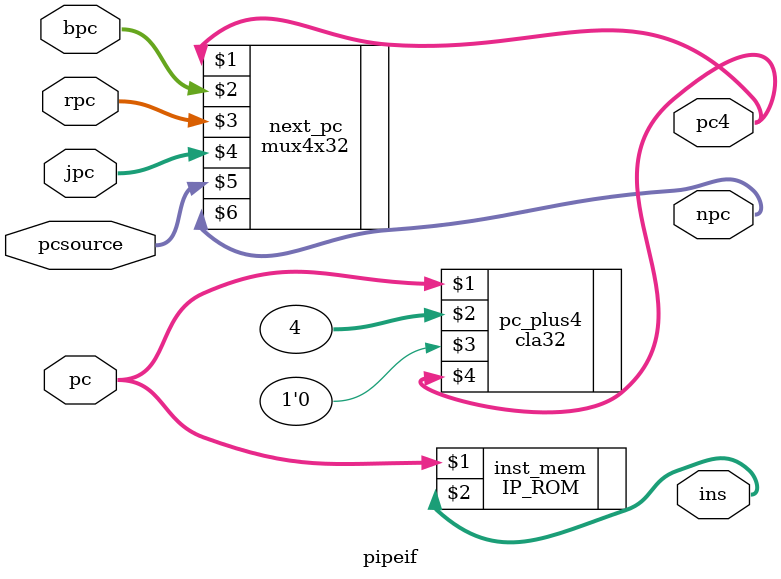
<source format=v>
`timescale 1ns / 1ps
module pipeif(pcsource,pc,bpc,rpc,jpc,npc,pc4,ins
    );
	 input [31:0] pc,bpc,rpc,jpc;
	 input [1:0] pcsource;
	 
	 output [31:0] npc,pc4,ins;
	 mux4x32 next_pc(pc4,bpc,rpc,jpc,pcsource,npc);//¸ù¾ÝpcsourceÐÅºÅÑ¡ÔñÏÂÒ»ÌõÖ¸ÁîµÄµØÖ·
	 cla32 pc_plus4(pc,32'h4,1'b0,pc4);//32Î»³¬Ç°½øÎ»¼Ó·¨Æ÷£¬ÓÃÀ´¼ÆËãPC+4
	 IP_ROM inst_mem(pc,ins); //Ö¸Áî´æ´¢Æ÷
endmodule

</source>
